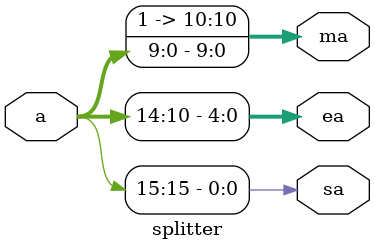
<source format=v>



`timescale 1ns / 1ps

module splitter(a,sa,ea,ma);

	input [15:0]a;
	output sa;
	output [4:0]ea;
	output [10:0] ma; // one extra for implicit 1

	assign sa = a[15];
	assign ea = a[14:10];
	assign ma = {1'b1,a[9:0]};

	endmodule
	

</source>
